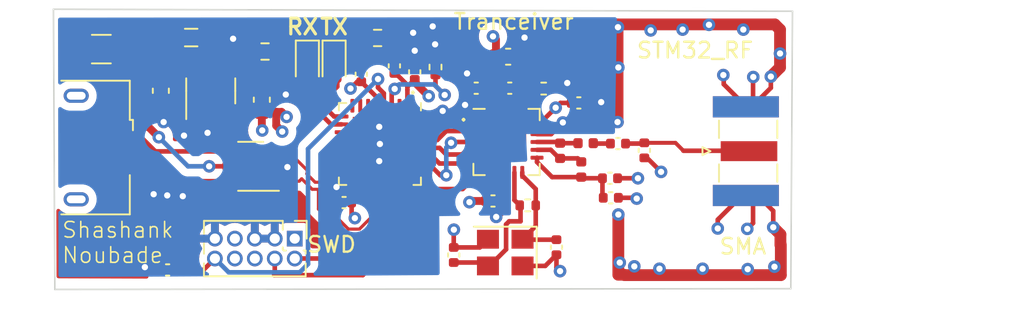
<source format=kicad_pcb>
(kicad_pcb (version 20221018) (generator pcbnew)
  (layers (0 "F.Cu" signal) (1 "In1.Cu" signal) (2 "In2.Cu" signal) (31 "B.Cu" signal) (34 "B.Paste" user) (35 "F.Paste" user) (36 "B.SilkS" user "B.Silkscreen") (37 "F.SilkS" user "F.Silkscreen") (38 "B.Mask" user) (39 "F.Mask" user) (44 "Edge.Cuts" user))
  (net 0 "")
  (net 1 "Net-(U1-VI)")
  (net 2 "GND")
  (net 3 "+3V3")
  (net 4 "Net-(F1-Pad1)")
  (net 5 "+5V")
  (net 6 "NRST")
  (net 7 "Net-(U4-DVDD)")
  (net 8 "XC1")
  (net 9 "XC2")
  (net 10 "VDD_PA")
  (net 11 "Net-(J3-In)")
  (net 12 "Net-(C17-Pad2)")
  (net 13 "Net-(D1-K)")
  (net 14 "Net-(D1-A)")
  (net 15 "Net-(D2-K)")
  (net 16 "Net-(D2-A)")
  (net 17 "USB_CONN_D-")
  (net 18 "USB_CONN_D+")
  (net 20 "SWDIO")
  (net 21 "SWCLK")
  (net 25 "ANT2")
  (net 26 "ANT1")
  (net 27 "Net-(U3-PC15)")
  (net 28 "Net-(U4-IREF)")
  (net 29 "USB_D+")
  (net 30 "USB_D-")
  (net 43 "NRF_IRQ")
  (net 44 "SPI3_SCK")
  (net 45 "SPI3_MISO")
  (net 46 "SPI3_MOSI")
  (net 47 "SPI3_!CS")
  (net 48 "NRF_CE")
  (footprint "Capacitor_SMD:C_0402_1005Metric" (layer "F.Cu") (at 166.3954 135.7122 180)
    (fp_text reference "C8" hide)
    (fp_text value "33n")
  )
  (footprint "Inductor_SMD:L_0402_1005Metric" (layer "F.Cu") (at 173.078 140.8938 90)
    (fp_text reference "L3" hide)
    (fp_text value "2n7" hide)
  )
  (footprint "Capacitor_SMD:C_0402_1005Metric" (layer "F.Cu") (at 164.9652 146.3412 90)
    (fp_text reference "C14" hide)
    (fp_text value "12p")
  )
  (footprint "Capacitor_SMD:C_0402_1005Metric" (layer "F.Cu") (at 161.1884 134.2898 90)
    (fp_text reference "C4" hide)
    (fp_text value "100n")
  )
  (footprint "Capacitor_SMD:C_0402_1005Metric" (layer "F.Cu") (at 177.0912 139.6746 90)
    (fp_text reference "C18" hide)
    (fp_text value "1p")
  )
  (footprint "Capacitor_SMD:C_0603_1608Metric" (layer "F.Cu") (at 146.3294 135.8776 -90)
    (fp_text reference "C1" hide)
    (fp_text value "10u")
  )
  (footprint "Resistor_SMD:R_0402_1005Metric" (layer "F.Cu") (at 169.672 143.1798)
    (fp_text reference "R5" hide)
    (fp_text value "1M")
  )
  (footprint "Capacitor_SMD:C_0402_1005Metric" (layer "F.Cu") (at 146.7612 147.2946 180)
    (fp_text reference "C7" hide)
    (fp_text value "100n")
  )
  (footprint "Resistor_SMD:R_0603_1608Metric" (layer "F.Cu") (at 152.9588 133.3754 180)
    (fp_text reference "R2" hide)
    (fp_text value "2k2")
  )
  (footprint "Capacitor_SMD:C_0402_1005Metric" (layer "F.Cu") (at 174.9576 142.6972 180)
    (fp_text reference "C16" hide)
    (fp_text value "4p7")
  )
  (footprint "Resistor_SMD:R_0603_1608Metric" (layer "F.Cu") (at 160.1216 132.5118)
    (fp_text reference "R3" hide)
    (fp_text value "2k2")
  )
  (footprint "Capacitor_SMD:C_0402_1005Metric" (layer "F.Cu") (at 157.988 143.002 180)
    (fp_text reference "C5" hide)
    (fp_text value "100n")
  )
  (footprint "Inductor_SMD:L_0805_2012Metric" (layer "F.Cu") (at 148.2598 132.4864)
    (fp_text reference "FB1" hide)
    (fp_text value "100@100Mhz")
  )
  (footprint "Resistor_SMD:R_0402_1005Metric" (layer "F.Cu") (at 170.688 135.7376)
    (fp_text reference "R4" hide)
    (fp_text value "22k")
  )
  (footprint "Capacitor_SMD:C_0402_1005Metric" (layer "F.Cu") (at 174.9068 141.4526 180)
    (fp_text reference "C15" hide)
    (fp_text value "2n2")
  )
  (footprint "Inductor_SMD:L_0402_1005Metric" (layer "F.Cu") (at 171.7318 139.7 -90)
    (fp_text reference "L1" hide)
    (fp_text value "8n2")
  )
  (footprint "LED_SMD:LED_0603_1608Metric" (layer "F.Cu") (at 155.6512 134.1628 -90)
    (fp_text reference "D1" hide)
    (fp_text value "GR")
  )
  (footprint "Capacitor_SMD:C_0603_1608Metric" (layer "F.Cu") (at 168.4274 133.7056)
    (fp_text reference "C9" hide)
    (fp_text value "10u")
  )
  (footprint "Resistor_SMD:R_0402_1005Metric" (layer "F.Cu") (at 163.8046 134.366 90)
    (fp_text reference "R1" hide)
    (fp_text value "10k")
  )
  (footprint "Capacitor_SMD:C_0402_1005Metric" (layer "F.Cu") (at 159.0802 134.8232 90)
    (fp_text reference "C6" hide)
    (fp_text value "100n")
  )
  (footprint "Capacitor_SMD:C_0402_1005Metric" (layer "F.Cu") (at 172.9232 136.652)
    (fp_text reference "C12" hide)
    (fp_text value "10n")
  )
  (footprint "Inductor_SMD:L_0402_1005Metric" (layer "F.Cu") (at 173.3574 139.2174)
    (fp_text reference "L2" hide)
    (fp_text value "3n9")
  )
  (footprint "Package_TO_SOT_SMD:SOT-23-6" (layer "F.Cu") (at 152.0444 140.6906 180)
    (fp_text reference "U2" hide)
    (fp_text value "USBLC6-2SC6")
  )
  (footprint "Capacitor_SMD:C_0402_1005Metric" (layer "F.Cu") (at 162.4838 134.6708 90)
    (fp_text reference "C3" hide)
    (fp_text value "1u")
  )
  (footprint "Package_DFN_QFN:QFN-20-1EP_4x4mm_P0.5mm_EP2.5x2.5mm" (layer "F.Cu") (at 168.3258 139.1412)
    (fp_text reference "U4" hide)
    (fp_text value "nRF24L01P")
  )
  (footprint "Connector_PinHeader_1.27mm:PinHeader_2x05_P1.27mm_Vertical" (layer "F.Cu") (at 154.8484 145.298 -90)
    (fp_text reference "J2" hide)
    (fp_text value "ARM 10pin")
  )
  (footprint "Capacitor_SMD:C_0603_1608Metric" (layer "F.Cu") (at 152.7556 136.4488 90)
    (fp_text reference "C2" hide)
    (fp_text value "10u")
  )
  (footprint "Capacitor_SMD:C_0402_1005Metric" (layer "F.Cu") (at 167.4622 142.9004)
    (fp_text reference "C10" hide)
    (fp_text value "10n")
  )
  (footprint "Package_DFN_QFN:QFN-32-1EP_5x5mm_P0.5mm_EP3.45x3.45mm" (layer "F.Cu") (at 160.267 139.2682 -90)
    (fp_text reference "U3" hide)
    (fp_text value "STM32L432KBUx")
  )
  (footprint "Capacitor_SMD:C_0402_1005Metric" (layer "F.Cu") (at 171.5008 145.8468 -90)
    (fp_text reference "C13" hide)
    (fp_text value "12p")
  )
  (footprint "Capacitor_SMD:C_0402_1005Metric" (layer "F.Cu") (at 175.4148 139.2428 180)
    (fp_text reference "C17" hide)
    (fp_text value "1p5")
  )
  (footprint "Capacitor_SMD:C_0402_1005Metric" (layer "F.Cu") (at 168.529 135.7122)
    (fp_text reference "C11" hide)
    (fp_text value "10n")
  )
  (footprint "Connector_Coaxial:SMA_Samtec_SMA-J-P-X-ST-EM1_EdgeMount" (layer "F.Cu") (at 183.5515 139.7254 90)
    (fp_text reference "J3" hide)
    (fp_text value "SMA")
  )
  (footprint "LED_SMD:LED_0603_1608Metric" (layer "F.Cu") (at 157.353 134.1628 -90)
    (fp_text reference "D2" hide)
    (fp_text value "YE")
  )
  (footprint "Connector_USB:USB_Micro-B_Amphenol_10118193-0001LF_Horizontal" (layer "F.Cu") (at 140.9446 139.4948 -90)
    (fp_text reference "J1" hide)
    (fp_text value "USB_B_Micro")
  )
  (footprint "Fuse:Fuse_1206_3216Metric" (layer "F.Cu") (at 142.5448 133.223 180)
    (fp_text reference "F1" hide)
    (fp_text value "100mA")
  )
  (footprint "Crystal:Crystal_SMD_3225-4Pin_3.2x2.5mm" (layer "F.Cu") (at 168.2418 146.1888 180)
    (fp_text reference "Y1" hide)
    (fp_text value "16MHz")
  )
  (footprint "Package_TO_SOT_SMD:SOT-23-3" (layer "F.Cu") (at 149.5044 135.8845 90)
    (fp_text reference "U1" hide)
    (fp_text value "XC6206PxxxMR")
  )
  (gr_line (start 139.5857 148.5392) (end 186.4106 148.4884) (stroke (width 0.1)) (layer "Edge.Cuts"))
  (gr_line (start 186.4106 148.4884) (end 186.51855 130.81) (stroke (width 0.1)) (layer "Edge.Cuts"))
  (gr_line (start 139.4968 130.683) (end 139.5857 148.5392) (stroke (width 0.1)) (layer "Edge.Cuts"))
  (gr_line (start 186.51855 130.81) (end 139.4968 130.683) (stroke (width 0.1)) (layer "Edge.Cuts"))
  (gr_text "TX" (at 156.3624 132.3848) (layer "F.SilkS") (effects (font (size 1 1) (thickness 0.2) bold) (justify left bottom)))
  (gr_text "SWD\n" (at 155.5434 146.26047) (layer "F.SilkS") (effects (font (size 1 1)) (justify left bottom)))
  (gr_text "RX" (at 154.2288 132.3848) (layer "F.SilkS") (effects (font (size 1 1) (thickness 0.2) bold) (justify left bottom)))
  (gr_text "Shashank \nNoubade" (at 139.9794 146.939) (layer "F.SilkS") (effects (font (size 1 1) (thickness 0.1)) (justify left bottom)))
  (gr_text "." (at 165.2524 137.8966) (layer "F.SilkS") (effects (font (size 1 1)) (justify left bottom)))
  (gr_text "Tranceiver\n" (at 164.8714 132.0546) (layer "F.SilkS") (effects (font (size 1 1)) (justify left bottom)))
  (gr_text "SMA" (at 181.7878 146.3802) (layer "F.SilkS") (effects (font (size 1 1)) (justify left bottom)))
  (gr_text "STM32_RF" (at 176.53 133.8834) (layer "F.SilkS") (effects (font (size 1 1)) (justify left bottom)))
  (gr_text "." (at 162.0266 136.1694) (layer "F.SilkS") (effects (font (size 1 1)) (justify left bottom)))
  (segment (start 149.5044 134.747) (end 146.685 134.747) (width 0.5) (layer "F.Cu") (net 1))
  (segment (start 146.685 134.747) (end 146.3294 135.1026) (width 0.5) (layer "F.Cu") (net 1))
  (segment (start 149.5044 134.747) (end 149.5044 132.6685) (width 0.5) (layer "F.Cu") (net 1))
  (segment (start 149.5044 132.6685) (end 149.3223 132.4864) (width 0.5) (layer "F.Cu") (net 1))
  (segment (start 157.8295 141.6873) (end 157.5054 142.0114) (width 0.293) (layer "F.Cu") (net 2))
  (segment (start 157.508 143.002) (end 157.508 142.014) (width 0.293) (layer "F.Cu") (net 2))
  (segment (start 169.3418 147.0388) (end 170.7888 147.0388) (width 0.293) (layer "F.Cu") (net 2))
  (segment (start 184.0087 136.8242) (end 185.1406 135.6923) (width 0.293) (layer "F.Cu") (net 2))
  (segment (start 162.4838 134.1908) (end 162.4838 133.3246) (width 0.5) (layer "F.Cu") (net 2))
  (segment (start 168.8258 137.2037) (end 168.8258 135.8954) (width 0.293) (layer "F.Cu") (net 2))
  (segment (start 185.2676 143.51) (end 185.293 143.5354) (width 0.293) (layer "F.Cu") (net 2))
  (segment (start 168.8258 135.8954) (end 169.009 135.7122) (width 0.293) (layer "F.Cu") (net 2))
  (segment (start 184.0087 136.8242) (end 184.0087 135.0153) (width 0.293) (layer "F.Cu") (net 2))
  (segment (start 185.7248 131.9784) (end 185.3946 131.6482) (width 0.75) (layer "F.Cu") (net 2))
  (segment (start 176.5554 142.6972) (end 176.6062 142.748) (width 0.293) (layer "F.Cu") (net 2))
  (segment (start 167.6654 143.9164) (end 167.9422 143.6396) (width 0.5) (layer "F.Cu") (net 2))
  (segment (start 164.9652 144.737) (end 164.973 144.7292) (width 0.293) (layer "F.Cu") (net 2))
  (segment (start 181.8386 144.018) (end 181.7624 144.0942) (width 0.293) (layer "F.Cu") (net 2))
  (segment (start 173.4032 136.652) (end 174.2948 136.652) (width 0.293) (layer "F.Cu") (net 2))
  (segment (start 145.4912 147.2946) (end 145.3134 147.1168) (width 0.293) (layer "F.Cu") (net 2))
  (segment (start 152.1338 133.3754) (end 151.7396 133.3754) (width 0.5) (layer "F.Cu") (net 2))
  (segment (start 184.0087 136.8242) (end 183.5094 136.8242) (width 0.293) (layer "F.Cu") (net 2))
  (segment (start 184.0087 142.4742) (end 184.0087 144.3117) (width 0.293) (layer "F.Cu") (net 2))
  (segment (start 167.9422 143.6396) (end 167.9422 142.9004) (width 0.5) (layer "F.Cu") (net 2))
  (segment (start 174.2948 136.652) (end 174.3456 136.6012) (width 0.293) (layer "F.Cu") (net 2))
  (segment (start 170.2633 138.6412) (end 171.1626 138.6412) (width 0.293) (layer "F.Cu") (net 2))
  (segment (start 144.1984 140.7948) (end 145.8722 142.4686) (width 0.293) (layer "F.Cu") (net 2))
  (segment (start 165.9154 135.7122) (end 165.9154 134.8766) (width 0.293) (layer "F.Cu") (net 2))
  (segment (start 146.3294 136.6526) (end 146.3294 137.6934) (width 0.5) (layer "F.Cu") (net 2))
  (segment (start 185.7248 134.3914) (end 185.1406 134.9756) (width 0.75) (layer "F.Cu") (net 2))
  (segment (start 184.0087 144.3117) (end 183.642 144.6784) (width 0.293) (layer "F.Cu") (net 2))
  (segment (start 168.3258 142.5168) (end 167.9422 142.9004) (width 0.293) (layer "F.Cu") (net 2))
  (segment (start 169.2024 133.7056) (end 169.2024 135.5188) (width 0.293) (layer "F.Cu") (net 2))
  (segment (start 165.9154 134.8766) (end 165.8112 134.7724) (width 0.293) (layer "F.Cu") (net 2))
  (segment (start 147.6756 142.5448) (end 147.7264 142.5956) (width 0.293) (layer "F.Cu") (net 2))
  (segment (start 182.1434 134.8994) (end 182.118 134.874) (width 0.293) (layer "F.Cu") (net 2))
  (segment (start 175.4378 143.764) (end 175.4378 147.5994) (width 0.75) (layer "F.Cu") (net 2))
  (segment (start 146.3294 137.6934) (end 146.5072 137.8712) (width 0.5) (layer "F.Cu") (net 2))
  (segment (start 171.198 135.7376) (end 171.831 135.7376) (width 0.293) (layer "F.Cu") (net 2))
  (segment (start 148.5544 137.022) (end 148.5544 137.983) (width 0.5) (layer "F.Cu") (net 2))
  (segment (start 148.185 136.6526) (end 148.5544 137.022) (width 0.5) (layer "F.Cu") (net 2))
  (segment (start 151.7396 133.3754) (end 150.9268 132.5626) (width 0.5) (layer "F.Cu") (net 2))
  (segment (start 175.4376 142.6972) (end 176.5554 142.6972) (width 0.293) (layer "F.Cu") (net 2))
  (segment (start 160.9466 132.5118) (end 162.052 132.5118) (width 0.5) (layer "F.Cu") (net 2))
  (segment (start 175.4378 131.5974) (end 175.387 131.6482) (width 0.5) (layer "F.Cu") (net 2))
  (segment (start 153.8348 135.6738) (end 154.2796 136.1186) (width 0.5) (layer "F.Cu") (net 2))
  (segment (start 159.6136 133.8098) (end 161.1884 133.8098) (width 0.5) (layer "F.Cu") (net 2))
  (segment (start 185.7756 147.6248) (end 185.7756 145.6944) (width 0.75) (layer "F.Cu") (net 2))
  (segment (start 146.6596 142.4686) (end 146.7358 142.5448) (width 0.293) (layer "F.Cu") (net 2))
  (segment (start 177.0912 140.1546) (end 177.264 140.1546) (width 0.293) (layer "F.Cu") (net 2))
  (segment (start 184.2318 142.4742) (end 185.2676 143.51) (width 0.293) (layer "F.Cu") (net 2))
  (segment (start 146.3294 136.6526) (end 148.185 136.6526) (width 0.5) (layer "F.Cu") (net 2))
  (segment (start 164.9652 145.8612) (end 164.9652 144.737) (width 0.293) (layer "F.Cu") (net 2))
  (segment (start 157.8295 141.0182) (end 157.8295 141.6873) (width 0.293) (layer "F.Cu") (net 2))
  (segment (start 163.9036 137.5182) (end 164.2618 137.16) (width 0.293) (layer "F.Cu") (net 2))
  (segment (start 171.5008 146.3268) (end 171.5008 147.1422) (width 0.293) (layer "F.Cu") (net 2))
  (segment (start 185.749606 145.033406) (end 185.749606 145.668406) (width 0.75) (layer "F.Cu") (net 2))
  (segment (start 143.6196 140.7948) (end 144.1984 140.7948) (width 0.293) (layer "F.Cu") (net 2))
  (segment (start 161.9986 133.8098) (end 162.4838 133.3246) (width 0.5) (layer "F.Cu") (net 2))
  (segment (start 169.2024 132.7528) (end 169.4688 132.4864) (width 0.5) (layer "F.Cu") (net 2))
  (segment (start 183.5094 136.8242) (end 182.1434 135.4582) (width 0.293) (layer "F.Cu") (net 2))
  (segment (start 162.052 132.5118) (end 162.3822 132.1816) (width 0.5) (layer "F.Cu") (net 2))
  (segment (start 152.7556 135.6738) (end 153.8348 135.6738) (width 0.5) (layer "F.Cu") (net 2))
  (segment (start 166.6194 145.8612) (end 167.1418 145.3388) (width 0.293) (layer "F.Cu") (net 2))
  (segment (start 166.1089 137.2037) (end 165.6842 136.779) (width 0.293) (layer "F.Cu") (net 2))
  (segment (start 161.1884 133.8098) (end 161.9986 133.8098) (width 0.5) (layer "F.Cu") (net 2))
  (segment (start 169.2024 133.7056) (end 169.2024 133.731) (width 0.293) (layer "F.Cu") (net 2))
  (segment (start 159.0802 134.3432) (end 159.6136 133.8098) (width 0.5) (layer "F.Cu") (net 2))
  (segment (start 169.2024 133.7056) (end 169.2024 132.7528) (width 0.5) (layer "F.Cu") (net 2))
  (segment (start 171.5008 147.1422) (end 171.7294 147.3708) (width 0.293) (layer "F.Cu") (net 2))
  (segment (start 171.1626 138.6412) (end 171.9072 137.8966) (width 0.293) (layer "F.Cu") (net 2))
  (segment (start 177.264 140.1546) (end 178.1556 141.0462) (width 0.293) (layer "F.Cu") (net 2))
  (segment (start 185.1406 135.6923) (end 185.1406 134.9756) (width 0.293) (layer "F.Cu") (net 2))
  (segment (start 175.3868 141.4526) (end 176.6824 141.4526) (width 0.293) (layer "F.Cu") (net 2))
  (segment (start 153.1819 140.6906) (end 154.3304 140.6906) (width 0.293) (layer "F.Cu") (net 2))
  (segment (start 146.7358 142.5448) (end 147.6756 142.5448) (width 0.293) (layer "F.Cu") (net 2))
  (segment (start 148.5544 137.983) (end 148.7272 137.983) (width 0.5) (layer "F.Cu") (net 2))
  (segment (start 185.3946 131.6482) (end 175.387 131.6482) (width 0.75) (layer "F.Cu") (net 2))
  (segment (start 146.2812 147.2946) (end 145.4912 147.2946) (width 0.293) (layer "F.Cu") (net 2))
  (segment (start 145.8722 142.4686) (end 146.6596 142.4686) (width 0.293) (layer "F.Cu") (net 2))
  (segment (start 168.3258 141.0787) (end 168.3258 142.5168) (width 0.293) (layer "F.Cu") (net 2))
  (segment (start 169.2024 135.5188) (end 169.009 135.7122) (width 0.293) (layer "F.Cu") (net 2))
  (segment (start 181.7624 144.0942) (end 181.7624 144.653) (width 0.293) (layer "F.Cu") (net 2))
  (segment (start 175.387 131.6482) (end 175.387 137.8712) (width 0.75) (layer "F.Cu") (net 2))
  (segment (start 184.0087 142.4742) (end 184.2318 142.4742) (width 0.293) (layer "F.Cu") (net 2))
  (segment (start 185.293 144.5768) (end 185.749606 145.033406) (width 0.75) (layer "F.Cu") (net 2))
  (segment (start 175.8188 147.6248) (end 185.7756 147.6248) (width 0.75) (layer "F.Cu") (net 2))
  (segment (start 167.3258 137.2037) (end 166.1089 137.2037) (width 0.293) (layer "F.Cu") (net 2))
  (segment (start 161.2138 132.779) (end 160.9466 132.5118) (width 0.5) (layer "F.Cu") (net 2))
  (segment (start 184.0087 135.0153) (end 184.023 135.001) (width 0.293) (layer "F.Cu") (net 2))
  (segment (start 183.3824 142.4742) (end 181.8386 144.018) (width 0.293) (layer "F.Cu") (net 2))
  (segment (start 185.7248 133.5024) (end 185.7248 134.3914) (width 0.75) (layer "F.Cu") (net 2))
  (segment (start 170.7888 147.0388) (end 171.5008 146.3268) (width 0.293) (layer "F.Cu") (net 2))
  (segment (start 163.8046 133.856) (end 163.8046 132.9436) (width 0.5) (layer "F.Cu") (net 2))
  (segment (start 162.7045 137.5182) (end 163.9036 137.5182) (width 0.293) (layer "F.Cu") (net 2))
  (segment (start 175.8188 147.6248) (end 175.7934 147.5994) (width 0.5) (layer "F.Cu") (net 2))
  (segment (start 175.7934 147.5994) (end 175.4378 147.5994) (width 0.75) (layer "F.Cu") (net 2))
  (segment (start 185.749606 145.668406) (end 185.749401 145.694191) (width 0.75) (layer "F.Cu") (net 2))
  (segment (start 185.293 143.5354) (end 185.293 144.5768) (width 0.293) (layer "F.Cu") (net 2))
  (segment (start 171.831 135.7376) (end 172.1866 135.382) (width 0.293) (layer "F.Cu") (net 2))
  (segment (start 181.7624 144.653) (end 181.7624 144.6022) (width 0.293) (layer "F.Cu") (net 2))
  (segment (start 164.9652 145.8612) (end 166.6194 145.8612) (width 0.293) (layer "F.Cu") (net 2))
  (segment (start 184.0087 142.4742) (end 183.3824 142.4742) (width 0.293) (layer "F.Cu") (net 2))
  (segment (start 157.508 142.014) (end 157.5054 142.0114) (width 0.293) (layer "F.Cu") (net 2))
  (segment (start 163.8046 132.9436) (end 163.7792 132.9182) (width 0.5) (layer "F.Cu") (net 2))
  (segment (start 148.5544 137.983) (end 147.8026 138.7348) (width 0.5) (layer "F.Cu") (net 2))
  (segment (start 148.7272 137.983) (end 149.3012 138.557) (width 0.5) (layer "F.Cu") (net 2))
  (segment (start 185.7248 133.5024) (end 185.7248 131.9784) (width 0.75) (layer "F.Cu") (net 2))
  (segment (start 154.3304 140.6906) (end 154.3812 140.7414) (width 0.293) (layer "F.Cu") (net 2))
  (segment (start 182.1434 135.4582) (end 182.1434 134.8994) (width 0.293) (layer "F.Cu") (net 2))
  (via (at 175.4124 131.826) (size 0.8) (drill 0.4) (layers "F.Cu" "B.Cu") (net 2))
  (via (at 185.7248 133.5024) (size 0.8) (drill 0.4) (layers "F.Cu" "B.Cu") (net 2))
  (via (at 154.3812 140.7414) (size 0.8) (drill 0.4) (layers "F.Cu" "B.Cu") (net 2))
  (via (at 183.6674 147.2438) (size 0.8) (drill 0.4) (layers "F.Cu" "B.Cu") (net 2))
  (via (at 180.7972 147.2184) (size 0.8) (drill 0.4) (layers "F.Cu" "B.Cu") (net 2))
  (via (at 182.118 134.874) (size 0.8) (drill 0.4) (layers "F.Cu" "B.Cu") (net 2))
  (via (at 175.4378 134.3914) (size 0.8) (drill 0.4) (layers "F.Cu" "B.Cu") (net 2))
  (via (at 164.2618 137.16) (size 0.8) (drill 0.4) (layers "F.Cu" "B.Cu") (net 2))
  (via (at 185.293 144.5768) (size 0.8) (drill 0.4) (layers "F.Cu" "B.Cu") (net 2))
  (via (at 167.6654 143.9164) (size 0.8) (drill 0.4) (layers "F.Cu" "B.Cu") (net 2))
  (via (at 181.7624 144.653) (size 0.8) (drill 0.4) (layers "F.Cu" "B.Cu") (net 2))
  (via (at 176.4538 147.066) (size 0.8) (drill 0.4) (layers "F.Cu" "B.Cu") (net 2))
  (via (at 162.3822 132.1816) (size 0.8) (drill 0.4) (layers "F.Cu" "B.Cu") (net 2))
  (via (at 146.7358 142.5448) (size 0.8) (drill 0.4) (layers "F.Cu" "B.Cu") (net 2))
  (via (at 185.3692 147.0914) (size 0.8) (drill 0.4) (layers "F.Cu" "B.Cu") (net 2))
  (via (at 157.5054 142.0114) (size 0.8) (drill 0.4) (layers "F.Cu" "B.Cu") (net 2))
  (via (at 163.6268 131.7752) (size 0.8) (drill 0.4) (layers "F.Cu" "B.Cu") (net 2))
  (via (at 160.267 139.2682) (size 0.8) (drill 0.4) (layers "F.Cu" "B.Cu") (net 2))
  (via (at 185.1406 134.9756) (size 0.8) (drill 0.4) (layers "F.Cu" "B.Cu") (net 2))
  (via (at 145.3134 147.1168) (size 0.8) (drill 0.4) (layers "F.Cu" "B.Cu") (net 2))
  (via (at 176.6824 141.4526) (size 0.8) (drill 0.4) (layers "F.Cu" "B.Cu") (net 2))
  (via (at 183.388 131.9784) (size 0.8) (drill 0.4) (layers "F.Cu" "B.Cu") (net 2))
  (via (at 165.8112 134.7724) (size 0.8) (drill 0.4) (layers "F.Cu" "B.Cu") (net 2))
  (via (at 162.4838 133.3246) (size 0.8) (drill 0.4) (layers "F.Cu" "B.Cu") (net 2))
  (via (at 181.2036 131.6736) (size 0.8) (drill 0.4) (layers "F.Cu" "B.Cu") (net 2))
  (via (at 147.8026 138.7348) (size 0.8) (drill 0.4) (layers "F.Cu" "B.Cu") (net 2))
  (via (at 150.9268 132.5626) (size 0.8) (drill 0.4) (layers "F.Cu" "B.Cu") (net 2))
  (via (at 184.023 135.001) (size 0.8) (drill 0.4) (layers "F.Cu" "B.Cu") (net 2))
  (via (at 174.3456 136.6012) (size 0.8) (drill 0.4) (layers "F.Cu" "B.Cu") (net 2))
  (via (at 176.6062 142.748) (size 0.8) (drill 0.4) (layers "F.Cu" "B.Cu") (net 2))
  (via (at 145.8722 142.4686) (size 0.8) (drill 0.4) (layers "F.Cu" "B.Cu") (net 2))
  (via (at 146.5072 137.8712) (size 0.8) (drill 0.4) (layers "F.Cu" "B.Cu") (net 2))
  (via (at 183.642 144.6784) (size 0.8) (drill 0.4) (layers "F.Cu" "B.Cu") (net 2))
  (via (at 165.6842 136.779) (size 0.8) (drill 0.4) (layers "F.Cu" "B.Cu") (net 2))
  (via (at 175.4378 143.764) (size 0.8) (drill 0.4) (layers "F.Cu" "B.Cu") (net 2))
  (via (at 175.387 137.8712) (size 0.8) (drill 0.4) (layers "F.Cu" "B.Cu") (net 2))
  (via (at 160.2232 138.176) (size 0.8) (drill 0.4) (layers "F.Cu" "B.Cu") (net 2))
  (via (at 172.1866 135.382) (size 0.8) (drill 0.4) (layers "F.Cu" "B.Cu") (net 2))
  (via (at 171.9072 137.8966) (size 0.8) (drill 0.4) (layers "F.Cu" "B.Cu") (net 2))
  (via (at 178.1556 141.0462) (size 0.8) (drill 0.4) (layers "F.Cu" "B.Cu") (net 2))
  (via (at 149.3012 138.557) (size 0.8) (drill 0.4) (layers "F.Cu" "B.Cu") (net 2))
  (via (at 179.5272 131.9784) (size 0.8) (drill 0.4) (layers "F.Cu" "B.Cu") (net 2))
  (via (at 169.4688 132.4864) (size 0.8) (drill 0.4) (layers "F.Cu" "B.Cu") (net 2))
  (via (at 178.054 147.2184) (size 0.8) (drill 0.4) (layers "F.Cu" "B.Cu") (net 2))
  (via (at 147.7264 142.5956) (size 0.8) (drill 0.4) (layers "F.Cu" "B.Cu") (net 2))
  (via (at 160.2232 140.3604) (size 0.8) (drill 0.4) (layers "F.Cu" "B.Cu") (net 2))
  (via (at 175.528687 146.82724) (size 0.8) (drill 0.4) (layers "F.Cu" "B.Cu") (net 2))
  (via (at 163.7792 132.9182) (size 0.8) (drill 0.4) (layers "F.Cu" "B.Cu") (net 2))
  (via (at 171.7294 147.3708) (size 0.8) (drill 0.4) (layers "F.Cu" "B.Cu") (net 2))
  (via (at 177.4952 132.0292) (size 0.8) (drill 0.4) (layers "F.Cu" "B.Cu") (net 2))
  (via (at 164.973 144.7292) (size 0.8) (drill 0.4) (layers "F.Cu" "B.Cu") (net 2))
  (via (at 154.2796 136.1186) (size 0.8) (drill 0.4) (layers "F.Cu" "B.Cu") (net 2))
  (segment (start 153.67 138.0998) (end 153.67 137.2238) (width 0.5) (layer "F.Cu") (net 3))
  (segment (start 160.017 136.8307) (end 160.017 136.24) (width 0.293) (layer "F.Cu") (net 3))
  (segment (start 167.6524 132.6004) (end 167.4622 132.4102) (width 0.293) (layer "F.Cu") (net 3))
  (segment (start 162.017 135.6176) (end 162.4838 135.1508) (width 0.293) (layer "F.Cu") (net 3))
  (segment (start 152.7556 137.2238) (end 153.67 137.2238) (width 0.5) (layer "F.Cu") (net 3))
  (segment (start 168.3258 135.989) (end 168.049 135.7122) (width 0.293) (layer "F.Cu") (net 3))
  (segment (start 171.4477 136.9568) (end 171.45 136.9568) (width 0.293) (layer "F.Cu") (net 3))
  (segment (start 158.517 142.953) (end 158.468 143.002) (width 0.293) (layer "F.Cu") (net 3))
  (segment (start 152.7556 138.3792) (end 152.7556 137.2238) (width 0.5) (layer "F.Cu") (net 3))
  (segment (start 160.017 136.24) (end 159.0802 135.3032) (width 0.293) (layer "F.Cu") (net 3))
  (segment (start 150.4544 137.022) (end 152.5538 137.022) (width 0.5) (layer "F.Cu") (net 3))
  (segment (start 162.017 136.8307) (end 162.017 135.8138) (width 0.293) (layer "F.Cu") (net 3))
  (segment (start 153.67 137.2238) (end 154.0132 137.2238) (width 0.5) (layer "F.Cu") (net 3))
  (segment (start 159.0802 135.3032) (end 158.827263 135.3032) (width 0.293) (layer "F.Cu") (net 3))
  (segment (start 170.2633 138.1412) (end 171.4477 136.9568) (width 0.293) (layer "F.Cu") (net 3))
  (segment (start 166.0652 143.1544) (end 165.9636 143.0528) (width 0.293) (layer "F.Cu") (net 3))
  (segment (start 171.7525 136.652) (end 172.4432 136.652) (width 0.293) (layer "F.Cu") (net 3))
  (segment (start 167.8258 141.0787) (end 167.8258 142.018785) (width 0.293) (layer "F.Cu") (net 3))
  (segment (start 165.9636 143.0528) (end 165.9636 142.9766) (width 0.293) (layer "F.Cu") (net 3))
  (segment (start 162.4838 135.1508) (end 162.4838 135.3312) (width 0.293) (layer "F.Cu") (net 3))
  (segment (start 158.468 143.7868) (end 158.6738 143.9926) (width 0.293) (layer "F.Cu") (net 3))
  (segment (start 166.0398 142.9004) (end 165.9636 142.9766) (width 0.5) (layer "F.Cu") (net 3))
  (segment (start 168.3258 137.2037) (end 168.3258 135.989) (width 0.293) (layer "F.Cu") (net 3))
  (segment (start 158.517 141.7057) (end 158.517 142.953) (width 0.293) (layer "F.Cu") (net 3))
  (segment (start 162.017 135.8138) (end 162.017 135.6176) (width 0.293) (layer "F.Cu") (net 3))
  (segment (start 158.827263 135.3032) (end 158.395506 135.734957) (width 0.293) (layer "F.Cu") (net 3))
  (segment (start 171.45 136.9545) (end 171.7525 136.652) (width 0.293) (layer "F.Cu") (net 3))
  (segment (start 167.8258 142.018785) (end 166.9822 142.862385) (width 0.293) (layer "F.Cu") (net 3))
  (segment (start 161.1884 134.7698) (end 161.272924 134.7698) (width 0.293) (layer "F.Cu") (net 3))
  (segment (start 166.9822 142.862385) (end 166.9822 142.9004) (width 0.293) (layer "F.Cu") (net 3))
  (segment (start 171.45 136.9568) (end 171.45 136.9545) (width 0.293) (layer "F.Cu") (net 3))
  (segment (start 154.0132 137.2238) (end 154.3304 137.541) (width 0.5) (layer "F.Cu") (net 3))
  (segment (start 167.6524 133.7056) (end 167.6524 132.6004) (width 0.5) (layer "F.Cu") (net 3))
  (segment (start 154.051 138.4808) (end 153.67 138.0998) (width 0.5) (layer "F.Cu") (net 3))
  (segment (start 162.4838 135.3312) (end 163.3728 136.2202) (width 0.5) (layer "F.Cu") (net 3))
  (segment (start 167.6524 133.7056) (end 167.6524 135.3156) (width 0.293) (layer "F.Cu") (net 3))
  (segment (start 162.017 135.513876) (end 162.017 135.6176) (width 0.293) (layer "F.Cu") (net 3))
  (segment (start 158.468 143.002) (end 158.468 143.7868) (width 0.293) (layer "F.Cu") (net 3))
  (segment (start 152.781 138.4046) (end 152.7556 138.3792) (width 0.5) (layer "F.Cu") (net 3))
  (segment (start 166.9822 142.9004) (end 166.0398 142.9004) (width 0.5) (layer "F.Cu") (net 3))
  (segment (start 167.6524 135.3156) (end 168.049 135.7122) (width 0.293) (layer "F.Cu") (net 3))
  (segment (start 152.5538 137.022) (end 152.7556 137.2238) (width 0.5) (layer "F.Cu") (net 3))
  (segment (start 161.272924 134.7698) (end 162.017 135.513876) (width 0.293) (layer "F.Cu") (net 3))
  (via (at 154.3304 137.541) (size 0.8) (drill 0.4) (layers "F.Cu" "B.Cu") (net 3))
  (via (at 167.4622 132.4102) (size 0.8) (drill 0.4) (layers "F.Cu" "B.Cu") (net 3))
  (via (at 154.051 138.4808) (size 0.8) (drill 0.4) (layers "F.Cu" "B.Cu") (net 3))
  (via (at 165.9636 142.9766) (size 0.8) (drill 0.4) (layers "F.Cu" "B.Cu") (net 3))
  (via (at 163.3728 136.2202) (size 0.8) (drill 0.4) (layers "F.Cu" "B.Cu") (net 3))
  (via (at 152.781 138.4046) (size 0.8) (drill 0.4) (layers "F.Cu" "B.Cu") (net 3))
  (via (at 158.395506 135.734957) (size 0.8) (drill 0.4) (layers "F.Cu" "B.Cu") (net 3))
  (via (at 158.6738 143.9926) (size 0.8) (drill 0.4) (layers "F.Cu" "B.Cu") (net 3))
  (via (at 171.45 136.9568) (size 0.8) (drill 0.4) (layers "F.Cu" "B.Cu") (net 3))
  (segment (start 146.4607 133.223) (end 147.1973 132.4864) (width 0.5) (layer "F.Cu") (net 4))
  (segment (start 143.9448 133.223) (end 146.4607 133.223) (width 0.5) (layer "F.Cu") (net 4))
  (segment (start 150.9069 140.6906) (end 149.4028 140.6906) (width 0.293) (layer "F.Cu") (net 5))
  (segment (start 145.0086 135.918851) (end 145.0086 138.176) (width 0.5) (layer "F.Cu") (net 5))
  (segment (start 141.1448 133.223) (end 142.9666 135.0448) (width 0.5) (layer "F.Cu") (net 5))
  (segment (start 144.134549 135.0448) (end 145.0086 135.918851) (width 0.5) (layer "F.Cu") (net 5))
  (segment (start 145.0086 138.176) (end 143.6384 138.176) (width 0.5) (layer "F.Cu") (net 5))
  (segment (start 143.6384 138.176) (end 143.6196 138.1948) (width 0.5) (layer "F.Cu") (net 5))
  (segment (start 145.0086 138.176) (end 145.542 138.176) (width 0.5) (layer "F.Cu") (net 5))
  (segment (start 145.542 138.176) (end 146.2024 138.8364) (width 0.5) (layer "F.Cu") (net 5))
  (segment (start 142.9666 135.0448) (end 144.134549 135.0448) (width 0.5) (layer "F.Cu") (net 5))
  (via (at 146.2024 138.8364) (size 0.8) (drill 0.4) (layers "F.Cu" "B.Cu") (net 5))
  (via (at 149.4028 140.6906) (size 0.8) (drill 0.4) (layers "F.Cu" "B.Cu") (net 5))
  (segment (start 148.0566 140.6906) (end 146.2024 138.8364) (width 0.293) (layer "B.Cu") (net 5))
  (segment (start 149.4028 140.6906) (end 148.0566 140.6906) (width 0.293) (layer "B.Cu") (net 5))
  (segment (start 147.2412 147.2946) (end 149.0418 147.2946) (width 0.293) (layer "F.Cu") (net 6))
  (segment (start 160.147 135.128) (end 160.147 135.672793) (width 0.293) (layer "F.Cu") (net 6))
  (segment (start 160.147 135.672793) (end 160.517 136.042793) (width 0.293) (layer "F.Cu") (net 6))
  (segment (start 149.0418 147.2946) (end 149.7684 146.568) (width 0.293) (layer "F.Cu") (net 6))
  (segment (start 160.517 136.042793) (end 160.517 136.8307) (width 0.293) (layer "F.Cu") (net 6))
  (via (at 160.147 135.128) (size 0.8) (drill 0.4) (layers "F.Cu" "B.Cu") (net 6))
  (segment (start 155.6949 139.5801) (end 155.6949 146.918632) (width 0.293) (layer "B.Cu") (net 6))
  (segment (start 155.166532 147.447) (end 150.6474 147.447) (width 0.293) (layer "B.Cu") (net 6))
  (segment (start 155.6949 146.918632) (end 155.166532 147.447) (width 0.293) (layer "B.Cu") (net 6))
  (segment (start 150.6474 147.447) (end 149.7684 146.568) (width 0.293) (layer "B.Cu") (net 6))
  (segment (start 160.147 135.128) (end 155.6949 139.5801) (width 0.293) (layer "B.Cu") (net 6))
  (segment (start 167.8258 137.2037) (end 167.8258 136.6626) (width 0.293) (layer "F.Cu") (net 7))
  (segment (start 167.8258 136.6626) (end 166.8754 135.7122) (width 0.293) (layer "F.Cu") (net 7))
  (segment (start 170.182 144.4986) (end 169.3418 145.3388) (width 0.293) (layer "F.Cu") (net 8))
  (segment (start 169.3258 141.0787) (end 169.3258 141.2842) (width 0.293) (layer "F.Cu") (net 8))
  (segment (start 169.3698 145.3668) (end 169.3418 145.3388) (width 0.293) (layer "F.Cu") (net 8))
  (segment (start 170.182 142.1404) (end 170.182 143.1798) (width 0.293) (layer "F.Cu") (net 8))
  (segment (start 170.182 143.1798) (end 170.182 144.4986) (width 0.293) (layer "F.Cu") (net 8))
  (segment (start 171.5008 145.3668) (end 169.3698 145.3668) (width 0.293) (layer "F.Cu") (net 8))
  (segment (start 169.3258 141.2842) (end 170.182 142.1404) (width 0.293) (layer "F.Cu") (net 8))
  (segment (start 164.9652 146.8212) (end 166.9242 146.8212) (width 0.293) (layer "F.Cu") (net 9))
  (segment (start 168.2953 145.9853) (end 168.2953 144.3923) (width 0.293) (layer "F.Cu") (net 9))
  (segment (start 167.1418 147.0388) (end 167.2418 147.0388) (width 0.293) (layer "F.Cu") (net 9))
  (segment (start 168.4918 144.1958) (end 169.2148 144.1958) (width 0.293) (layer "F.Cu") (net 9))
  (segment (start 167.2418 147.0388) (end 168.2953 145.9853) (width 0.293) (layer "F.Cu") (net 9))
  (segment (start 168.8258 142.8436) (end 169.162 143.1798) (width 0.293) (layer "F.Cu") (net 9))
  (segment (start 166.9242 146.8212) (end 167.1418 147.0388) (width 0.293) (layer "F.Cu") (net 9))
  (segment (start 169.2148 143.2326) (end 169.162 143.1798) (width 0.293) (layer "F.Cu") (net 9))
  (segment (start 168.8258 141.0787) (end 168.8258 142.8436) (width 0.293) (layer "F.Cu") (net 9))
  (segment (start 169.2148 144.1958) (end 169.2148 143.2326) (width 0.293) (layer "F.Cu") (net 9))
  (segment (start 168.2953 144.3923) (end 168.4918 144.1958) (width 0.293) (layer "F.Cu") (net 9))
  (segment (start 171.2238 141.3788) (end 173.078 141.3788) (width 0.293) (layer "F.Cu") (net 10))
  (segment (start 170.2633 140.1412) (end 170.2633 140.4183) (width 0.293) (layer "F.Cu") (net 10))
  (segment (start 170.2633 140.4183) (end 171.2238 141.3788) (width 0.293) (layer "F.Cu") (net 10))
  (segment (start 174.4268 141.4526) (end 174.4268 142.6464) (width 0.293) (layer "F.Cu") (net 10))
  (segment (start 173.1518 141.4526) (end 173.078 141.3788) (width 0.293) (layer "F.Cu") (net 10))
  (segment (start 174.4268 142.6464) (end 174.4776 142.6972) (width 0.293) (layer "F.Cu") (net 10))
  (segment (start 174.4268 141.4526) (end 173.1518 141.4526) (width 0.293) (layer "F.Cu") (net 10))
  (segment (start 175.8948 139.2428) (end 177.043 139.2428) (width 0.293) (layer "F.Cu") (net 11))
  (segment (start 177.043 139.2428) (end 177.0912 139.1946) (width 0.25) (layer "F.Cu") (net 11))
  (segment (start 179.0726 139.1946) (end 179.578 139.7) (width 0.25) (layer "F.Cu") (net 11))
  (segment (start 179.578 139.7) (end 183.89 139.7) (width 0.293) (layer "F.Cu") (net 11))
  (segment (start 177.0912 139.1946) (end 179.0726 139.1946) (width 0.25) (layer "F.Cu") (net 11))
  (segment (start 173.8654 139.2174) (end 173.8424 139.2174) (width 0.293) (layer "F.Cu") (net 12))
  (segment (start 173.8678 139.2428) (end 173.8424 139.2174) (width 0.293) (layer "F.Cu") (net 12))
  (segment (start 174.9348 139.2428) (end 173.8678 139.2428) (width 0.293) (layer "F.Cu") (net 12))
  (segment (start 153.7839 133.3753) (end 153.7838 133.3754) (width 0.5) (layer "F.Cu") (net 13))
  (segment (start 155.6512 133.3753) (end 153.7839 133.3753) (width 0.5) (layer "F.Cu") (net 13))
  (segment (start 157.158392 138.0182) (end 155.6512 136.511008) (width 0.293) (layer "F.Cu") (net 14))
  (segment (start 157.8295 138.0182) (end 157.158392 138.0182) (width 0.293) (layer "F.Cu") (net 14))
  (segment (start 155.6512 136.511008) (end 155.6512 134.9503) (width 0.293) (layer "F.Cu") (net 14))
  (segment (start 158.4451 132.5118) (end 157.5562 133.4007) (width 0.5) (layer "F.Cu") (net 15))
  (segment (start 159.2966 132.5118) (end 158.4451 132.5118) (width 0.5) (layer "F.Cu") (net 15))
  (segment (start 157.5562 134.9757) (end 157.5562 135.6106) (width 0.293) (layer "F.Cu") (net 16))
  (segment (start 157.3556 137.5182) (end 156.5021 136.6647) (width 0.293) (layer "F.Cu") (net 16))
  (segment (start 157.8295 137.5182) (end 157.3556 137.5182) (width 0.293) (layer "F.Cu") (net 16))
  (segment (start 157.5562 135.6106) (end 156.5021 136.6647) (width 0.293) (layer "F.Cu") (net 16))
  (segment (start 145.084446 138.8448) (end 143.6196 138.8448) (width 0.293) (layer "F.Cu") (net 17))
  (segment (start 145.980246 139.7406) (end 145.084446 138.8448) (width 0.293) (layer "F.Cu") (net 17))
  (segment (start 150.9069 139.7406) (end 145.980246 139.7406) (width 0.293) (layer "F.Cu") (net 17))
  (segment (start 146.421846 141.6406) (end 144.276046 139.4948) (width 0.293) (layer "F.Cu") (net 18))
  (segment (start 144.276046 139.4948) (end 143.6196 139.4948) (width 0.293) (layer "F.Cu") (net 18))
  (segment (start 150.9069 141.6406) (end 146.421846 141.6406) (width 0.293) (layer "F.Cu") (net 18))
  (segment (start 161.517 144.1212) (end 159.0702 146.568) (width 0.293) (layer "F.Cu") (net 20))
  (segment (start 161.517 141.7057) (end 161.517 144.1212) (width 0.293) (layer "F.Cu") (net 20))
  (segment (start 159.0702 146.568) (end 154.8484 146.568) (width 0.293) (layer "F.Cu") (net 20))
  (segment (start 162.017 144.7896) (end 159.1818 147.6248) (width 0.293) (layer "F.Cu") (net 21))
  (segment (start 153.543 147.6248) (end 153.5784 147.5894) (width 0.293) (layer "F.Cu") (net 21))
  (segment (start 159.1818 147.6248) (end 153.543 147.6248) (width 0.293) (layer "F.Cu") (net 21))
  (segment (start 162.017 141.7057) (end 162.017 144.7896) (width 0.293) (layer "F.Cu") (net 21))
  (segment (start 153.5784 147.5894) (end 153.5784 146.568) (width 0.293) (layer "F.Cu") (net 21))
  (segment (start 172.8724 139.2174) (end 171.7342 139.2174) (width 0.293) (layer "F.Cu") (net 25))
  (segment (start 171.658 139.1412) (end 171.7318 139.215) (width 0.293) (layer "F.Cu") (net 25))
  (segment (start 170.2633 139.1412) (end 171.658 139.1412) (width 0.293) (layer "F.Cu") (net 25))
  (segment (start 171.7342 139.2174) (end 171.7318 139.215) (width 0.293) (layer "F.Cu") (net 25))
  (segment (start 171.7318 139.215) (end 171.683179 139.215) (width 0.293) (layer "F.Cu") (net 25))
  (segment (start 171.7318 140.185) (end 172.8542 140.185) (width 0.293) (layer "F.Cu") (net 26))
  (segment (start 172.8542 140.185) (end 173.078 140.4088) (width 0.293) (layer "F.Cu") (net 26))
  (segment (start 171.683179 140.185) (end 171.7318 140.185) (width 0.293) (layer "F.Cu") (net 26))
  (segment (start 170.2633 139.6412) (end 171.139379 139.6412) (width 0.293) (layer "F.Cu") (net 26))
  (segment (start 171.139379 139.6412) (end 171.683179 140.185) (width 0.293) (layer "F.Cu") (net 26))
  (segment (start 171.7318 140.185) (end 171.6406 140.2762) (width 0.293) (layer "F.Cu") (net 26))
  (segment (start 163.8046 134.876) (end 163.8046 135.5598) (width 0.293) (layer "F.Cu") (net 27))
  (segment (start 161.017 136.8307) (end 161.017 135.950105) (width 0.293) (layer "F.Cu") (net 27))
  (segment (start 163.8046 135.5598) (end 164.3888 136.144) (width 0.293) (layer "F.Cu") (net 27))
  (segment (start 161.017 135.950105) (end 161.207259 135.759846) (width 0.293) (layer "F.Cu") (net 27))
  (via (at 164.3888 136.144) (size 0.8) (drill 0.4) (layers "F.Cu" "B.Cu") (net 27))
  (via (at 161.207259 135.759846) (size 0.8) (drill 0.4) (layers "F.Cu" "B.Cu") (net 27))
  (segment (start 163.7185 135.4737) (end 161.493405 135.4737) (width 0.293) (layer "B.Cu") (net 27))
  (segment (start 164.3888 136.144) (end 163.7185 135.4737) (width 0.293) (layer "B.Cu") (net 27))
  (segment (start 161.493405 135.4737) (end 161.207259 135.759846) (width 0.293) (layer "B.Cu") (net 27))
  (segment (start 169.6283 137.2037) (end 170.18 136.652) (width 0.293) (layer "F.Cu") (net 28))
  (segment (start 170.178 136.65) (end 170.178 135.7376) (width 0.293) (layer "F.Cu") (net 28))
  (segment (start 169.3258 137.2037) (end 169.6283 137.2037) (width 0.293) (layer "F.Cu") (net 28))
  (segment (start 170.18 136.652) (end 170.178 136.65) (width 0.293) (layer "F.Cu") (net 28))
  (segment (start 158.079958 145.14258) (end 156.35542 143.418042) (width 0.2) (layer "F.Cu") (net 29))
  (segment (start 159.150138 145.14258) (end 158.079958 145.14258) (width 0.2) (layer "F.Cu") (net 29))
  (segment (start 155.2889 141.4847) (end 155.133 141.6406) (width 0.2) (layer "F.Cu") (net 29))
  (segment (start 160.89198 143.400738) (end 159.150138 145.14258) (width 0.2) (layer "F.Cu") (net 29))
  (segment (start 161.017 141.7057) (end 160.96698 141.75572) (width 0.2) (layer "F.Cu") (net 29))
  (segment (start 153.2225 141.6812) (end 153.1819 141.6406) (width 0.293) (layer "F.Cu") (net 29))
  (segment (start 156.35542 143.418042) (end 156.35542 142.1557) (width 0.2) (layer "F.Cu") (net 29))
  (segment (start 155.133 141.6406) (end 153.1819 141.6406) (width 0.2) (layer "F.Cu") (net 29))
  (segment (start 155.9599 142.1557) (end 155.2889 141.4847) (width 0.2) (layer "F.Cu") (net 29))
  (segment (start 160.96698 142.205872) (end 160.89198 142.280872) (width 0.2) (layer "F.Cu") (net 29))
  (segment (start 160.96698 141.75572) (end 160.96698 142.205872) (width 0.2) (layer "F.Cu") (net 29))
  (segment (start 156.35542 142.1557) (end 155.9599 142.1557) (width 0.2) (layer "F.Cu") (net 29))
  (segment (start 160.89198 142.280872) (end 160.89198 143.400738) (width 0.2) (layer "F.Cu") (net 29))
  (segment (start 156.82115 141.7057) (end 156.1463 141.7057) (width 0.2) (layer "F.Cu") (net 30))
  (segment (start 156.8054 141.72145) (end 156.82115 141.7057) (width 0.2) (layer "F.Cu") (net 30))
  (segment (start 156.1463 141.7057) (end 155.6071 141.1665) (width 0.2) (layer "F.Cu") (net 30))
  (segment (start 158.96375 144.6926) (end 158.266346 144.6926) (width 0.2) (layer "F.Cu") (net 30))
  (segment (start 153.2175 139.7762) (end 153.1819 139.7406) (width 0.293) (layer "F.Cu") (net 30))
  (segment (start 160.442 143.21435) (end 158.96375 144.6926) (width 0.2) (layer "F.Cu") (net 30))
  (segment (start 160.517 141.7057) (end 160.442 141.7057) (width 0.2) (layer "F.Cu") (net 30))
  (segment (start 160.442 141.7057) (end 160.442 143.21435) (width 0.2) (layer "F.Cu") (net 30))
  (segment (start 153.1819 139.7406) (end 154.436111 139.7406) (width 0.2) (layer "F.Cu") (net 30))
  (segment (start 158.266346 144.6926) (end 156.8054 143.231654) (width 0.2) (layer "F.Cu") (net 30))
  (segment (start 155.637504 140.941993) (end 155.637504 141.136096) (width 0.2) (layer "F.Cu") (net 30))
  (segment (start 156.8054 143.231654) (end 156.8054 141.72145) (width 0.2) (layer "F.Cu") (net 30))
  (segment (start 154.436111 139.7406) (end 155.637504 140.941993) (width 0.2) (layer "F.Cu") (net 30))
  (segment (start 163.8247 142.1384) (end 165.5318 142.1384) (width 0.293) (layer "F.Cu") (net 43))
  (segment (start 167.2653 141.0182) (end 167.3258 141.0787) (width 0.293) (layer "F.Cu") (net 43))
  (segment (start 162.7045 141.0182) (end 163.8247 142.1384) (width 0.293) (layer "F.Cu") (net 43))
  (segment (start 165.5318 142.1384) (end 166.5915 141.0787) (width 0.293) (layer "F.Cu") (net 43))
  (segment (start 166.5915 141.0787) (end 167.3258 141.0787) (width 0.293) (layer "F.Cu") (net 43))
  (segment (start 164.846 139.1412) (end 166.3883 139.1412) (width 0.293) (layer "F.Cu") (net 44))
  (segment (start 164.7952 139.192) (end 164.846 139.1412) (width 0.293) (layer "F.Cu") (net 44))
  (segment (start 164.107392 141.2588) (end 164.4904 141.2588) (width 0.293) (layer "F.Cu") (net 44))
  (segment (start 162.7045 140.5182) (end 163.366792 140.5182) (width 0.293) (layer "F.Cu") (net 44))
  (segment (start 163.366792 140.5182) (end 164.107392 141.2588) (width 0.293) (layer "F.Cu") (net 44))
  (via (at 164.7952 139.192) (size 0.8) (drill 0.4) (layers "F.Cu" "B.Cu") (net 44))
  (via (at 164.4904 141.2588) (size 0.8) (drill 0.4) (layers "F.Cu" "B.Cu") (net 44))
  (segment (start 164.4904 141.3002) (end 164.4904 139.4968) (width 0.293) (layer "B.Cu") (net 44))
  (segment (start 164.4904 139.4968) (end 164.7952 139.192) (width 0.293) (layer "B.Cu") (net 44))
  (segment (start 164.4904 141.2588) (end 164.4904 141.3002) (width 0.293) (layer "B.Cu") (net 44))
  (segment (start 163.564 140.0182) (end 164.0586 140.5128) (width 0.293) (layer "F.Cu") (net 45))
  (segment (start 162.7045 140.0182) (end 163.564 140.0182) (width 0.293) (layer "F.Cu") (net 45))
  (segment (start 164.0586 140.5128) (end 166.0167 140.5128) (width 0.293) (layer "F.Cu") (net 45))
  (segment (start 166.0167 140.5128) (end 166.3883 140.1412) (width 0.293) (layer "F.Cu") (net 45))
  (segment (start 164.485989 139.9385) (end 165.4965 139.9385) (width 0.293) (layer "F.Cu") (net 46))
  (segment (start 165.4965 139.9385) (end 165.7938 139.6412) (width 0.293) (layer "F.Cu") (net 46))
  (segment (start 162.7045 139.5182) (end 164.065689 139.5182) (width 0.293) (layer "F.Cu") (net 46))
  (segment (start 164.065689 139.5182) (end 164.485989 139.9385) (width 0.293) (layer "F.Cu") (net 46))
  (segment (start 165.7938 139.6412) (end 166.3883 139.6412) (width 0.293) (layer "F.Cu") (net 46))
  (segment (start 163.913289 139.0182) (end 164.485989 138.4455) (width 0.293) (layer "F.Cu") (net 47))
  (segment (start 162.7045 139.0182) (end 163.913289 139.0182) (width 0.293) (layer "F.Cu") (net 47))
  (segment (start 164.485989 138.4455) (end 165.5219 138.4455) (width 0.293) (layer "F.Cu") (net 47))
  (segment (start 165.5219 138.4455) (end 165.7176 138.6412) (width 0.293) (layer "F.Cu") (net 47))
  (segment (start 165.7176 138.6412) (end 166.3883 138.6412) (width 0.293) (layer "F.Cu") (net 47))
  (segment (start 163.716081 138.5182) (end 164.281782 137.9525) (width 0.293) (layer "F.Cu") (net 48))
  (segment (start 162.7045 138.5182) (end 163.716081 138.5182) (width 0.293) (layer "F.Cu") (net 48))
  (segment (start 166.1996 137.9525) (end 166.3883 138.1412) (width 0.293) (layer "F.Cu") (net 48))
  (segment (start 164.281782 137.9525) (end 166.1996 137.9525) (width 0.293) (layer "F.Cu") (net 48))
  (zone (net 2) (net_name "GND") (layer "F.Cu") (connect_pads (clearance 0.5)) (min_thickness 0.25) (fill yes (thermal_gap 0.5) (thermal_bridge_width 0.5))
    (polygon (pts (xy 139.618203 131.317976) (xy 172.104803 131.368776) (xy 172.714403 131.368776) (xy 172.765203 137.617176) (xy 169.361603 137.617176) (xy 168.599603 137.617176) (xy 168.244003 137.617176) (xy 168.218603 143.611576) (xy 164.205403 143.535376) (xy 164.230803 147.904176) (xy 139.694403 147.827976) (xy 139.643603 131.317976)))
  )
  (zone (net 2) (net_name "GND") (layer "B.Cu") (priority 4) (connect_pads (clearance 0.5)) (min_thickness 0.25) (fill yes (thermal_gap 0.5) (thermal_bridge_width 0.5))
    (polygon (pts (xy 139.813571 131.215952) (xy 175.348171 131.190552) (xy 175.221171 138.632752) (xy 169.556971 138.632752) (xy 169.6466 140.3858) (xy 168.6052 140.4366) (xy 168.6052 143.8148) (xy 164.045171 143.865152) (xy 164.070571 147.624352) (xy 139.813571 147.751352) (xy 139.788171 131.215952)))
  )
)
</source>
